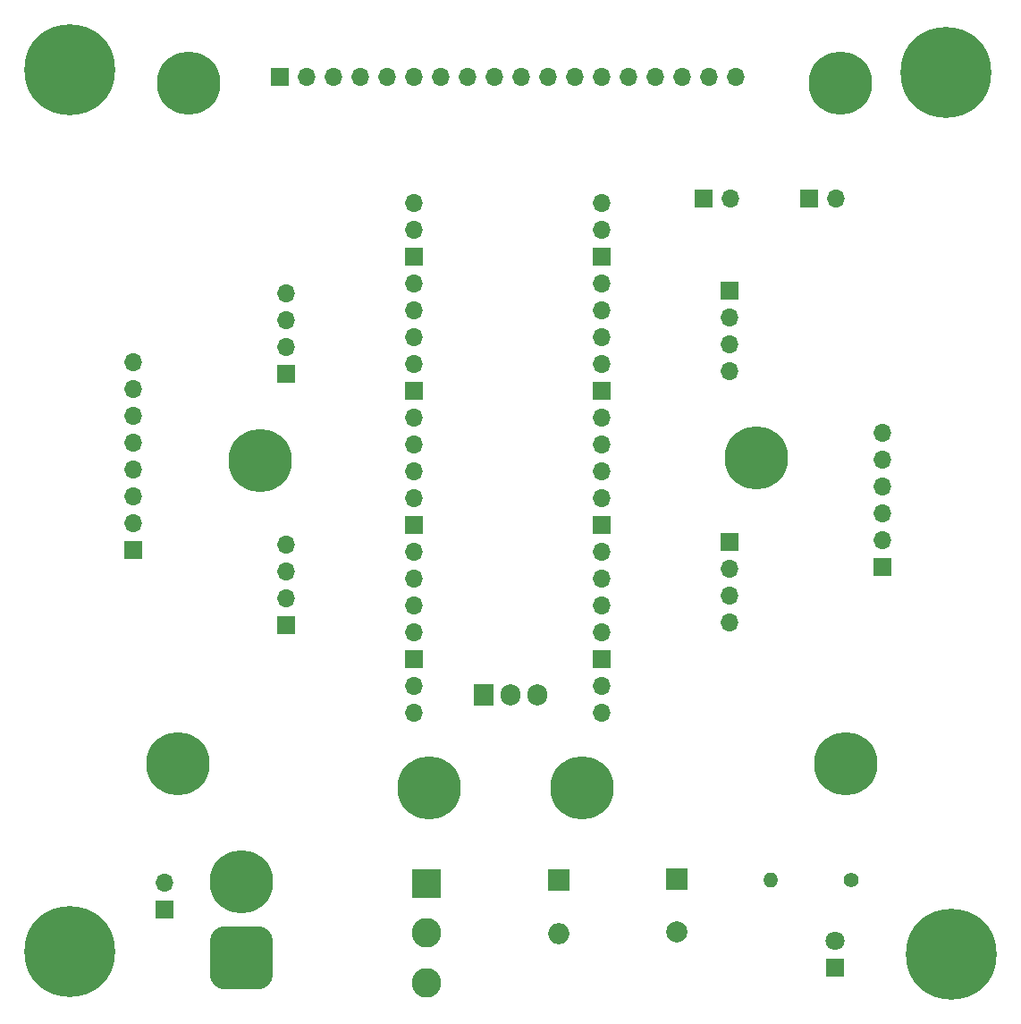
<source format=gbr>
%TF.GenerationSoftware,KiCad,Pcbnew,(6.0.9)*%
%TF.CreationDate,2022-12-13T14:30:36-05:00*%
%TF.ProjectId,Team5_Coaster_post_mdr_100x100,5465616d-355f-4436-9f61-737465725f70,rev?*%
%TF.SameCoordinates,Original*%
%TF.FileFunction,Soldermask,Bot*%
%TF.FilePolarity,Negative*%
%FSLAX46Y46*%
G04 Gerber Fmt 4.6, Leading zero omitted, Abs format (unit mm)*
G04 Created by KiCad (PCBNEW (6.0.9)) date 2022-12-13 14:30:36*
%MOMM*%
%LPD*%
G01*
G04 APERTURE LIST*
G04 Aperture macros list*
%AMRoundRect*
0 Rectangle with rounded corners*
0 $1 Rounding radius*
0 $2 $3 $4 $5 $6 $7 $8 $9 X,Y pos of 4 corners*
0 Add a 4 corners polygon primitive as box body*
4,1,4,$2,$3,$4,$5,$6,$7,$8,$9,$2,$3,0*
0 Add four circle primitives for the rounded corners*
1,1,$1+$1,$2,$3*
1,1,$1+$1,$4,$5*
1,1,$1+$1,$6,$7*
1,1,$1+$1,$8,$9*
0 Add four rect primitives between the rounded corners*
20,1,$1+$1,$2,$3,$4,$5,0*
20,1,$1+$1,$4,$5,$6,$7,0*
20,1,$1+$1,$6,$7,$8,$9,0*
20,1,$1+$1,$8,$9,$2,$3,0*%
G04 Aperture macros list end*
%ADD10C,6.000000*%
%ADD11R,1.700000X1.700000*%
%ADD12O,1.700000X1.700000*%
%ADD13R,2.794000X2.794000*%
%ADD14C,2.794000*%
%ADD15C,0.900000*%
%ADD16C,8.600000*%
%ADD17R,1.800000X1.800000*%
%ADD18C,1.800000*%
%ADD19R,2.000000X2.000000*%
%ADD20O,2.000000X2.000000*%
%ADD21C,2.000000*%
%ADD22R,1.905000X2.000000*%
%ADD23O,1.905000X2.000000*%
%ADD24RoundRect,1.500000X1.500000X-1.500000X1.500000X1.500000X-1.500000X1.500000X-1.500000X-1.500000X0*%
%ADD25C,1.400000*%
%ADD26O,1.400000X1.400000*%
G04 APERTURE END LIST*
D10*
%TO.C,J11*%
X95500000Y-131750000D03*
%TD*%
D11*
%TO.C,RF1*%
X147775000Y-86950000D03*
D12*
X147775000Y-89490000D03*
X147775000Y-92030000D03*
X147775000Y-94570000D03*
%TD*%
D10*
%TO.C,J15*%
X158250000Y-67250000D03*
%TD*%
D13*
%TO.C,SW1*%
X119000000Y-143051000D03*
D14*
X119000000Y-147750000D03*
X119000000Y-152449000D03*
%TD*%
D11*
%TO.C,J13*%
X155250000Y-78225000D03*
D12*
X157790000Y-78225000D03*
%TD*%
D15*
%TO.C,H3*%
X171975000Y-149750000D03*
D16*
X168750000Y-149750000D03*
D15*
X171030419Y-147469581D03*
X168750000Y-152975000D03*
X166469581Y-152030419D03*
X165525000Y-149750000D03*
X166469581Y-147469581D03*
X171030419Y-152030419D03*
X168750000Y-146525000D03*
%TD*%
D11*
%TO.C,J9*%
X91250000Y-111490000D03*
D12*
X91250000Y-108950000D03*
X91250000Y-106410000D03*
X91250000Y-103870000D03*
X91250000Y-101330000D03*
X91250000Y-98790000D03*
X91250000Y-96250000D03*
X91250000Y-93710000D03*
%TD*%
D17*
%TO.C,D3*%
X157750000Y-151025000D03*
D18*
X157750000Y-148485000D03*
%TD*%
D19*
%TO.C,D1*%
X131555000Y-142695354D03*
D20*
X131555000Y-147775354D03*
%TD*%
D15*
%TO.C,H1*%
X85250000Y-62775000D03*
X87530419Y-63719581D03*
D16*
X85250000Y-66000000D03*
D15*
X88475000Y-66000000D03*
X82969581Y-68280419D03*
X82025000Y-66000000D03*
X85250000Y-69225000D03*
X87530419Y-68280419D03*
X82969581Y-63719581D03*
%TD*%
D10*
%TO.C,J14*%
X158750000Y-131750000D03*
%TD*%
%TO.C,J12*%
X103250000Y-103000000D03*
%TD*%
D11*
%TO.C,J8*%
X105175000Y-66725000D03*
D12*
X107715000Y-66725000D03*
X110255000Y-66725000D03*
X112795000Y-66725000D03*
X115335000Y-66725000D03*
X117875000Y-66725000D03*
X120415000Y-66725000D03*
X122955000Y-66725000D03*
X125495000Y-66725000D03*
X128035000Y-66725000D03*
X130575000Y-66725000D03*
X133115000Y-66725000D03*
X135655000Y-66725000D03*
X138195000Y-66725000D03*
X140735000Y-66725000D03*
X143275000Y-66725000D03*
X145815000Y-66725000D03*
X148355000Y-66725000D03*
%TD*%
D19*
%TO.C,C1*%
X142750000Y-142632323D03*
D21*
X142750000Y-147632323D03*
%TD*%
D10*
%TO.C,J5*%
X96500000Y-67250000D03*
%TD*%
D22*
%TO.C,U2*%
X124460000Y-125222500D03*
D23*
X127000000Y-125222500D03*
X129540000Y-125222500D03*
%TD*%
D11*
%TO.C,J2*%
X162225000Y-113075000D03*
D12*
X162225000Y-110535000D03*
X162225000Y-107995000D03*
X162225000Y-105455000D03*
X162225000Y-102915000D03*
X162225000Y-100375000D03*
%TD*%
D11*
%TO.C,J4*%
X145250000Y-78252500D03*
D12*
X147790000Y-78252500D03*
%TD*%
D16*
%TO.C,H2*%
X168250000Y-66250000D03*
D15*
X171475000Y-66250000D03*
X165969581Y-68530419D03*
X168250000Y-63025000D03*
X170530419Y-63969581D03*
X165025000Y-66250000D03*
X168250000Y-69475000D03*
X165969581Y-63969581D03*
X170530419Y-68530419D03*
%TD*%
D24*
%TO.C,J1*%
X101500000Y-150100000D03*
D10*
X101500000Y-142900000D03*
%TD*%
D11*
%TO.C,J6*%
X94225000Y-145500000D03*
D12*
X94225000Y-142960000D03*
%TD*%
D25*
%TO.C,R1*%
X159250000Y-142750000D03*
D26*
X151630000Y-142750000D03*
%TD*%
D11*
%TO.C,LB1*%
X105725000Y-118620000D03*
D12*
X105725000Y-116080000D03*
X105725000Y-113540000D03*
X105725000Y-111000000D03*
%TD*%
D15*
%TO.C,H4*%
X82969581Y-151780419D03*
X87530419Y-147219581D03*
D16*
X85250000Y-149500000D03*
D15*
X82969581Y-147219581D03*
X88475000Y-149500000D03*
X87530419Y-151780419D03*
X85250000Y-146275000D03*
X82025000Y-149500000D03*
X85250000Y-152725000D03*
%TD*%
D11*
%TO.C,LF1*%
X105725000Y-94800000D03*
D12*
X105725000Y-92260000D03*
X105725000Y-89720000D03*
X105725000Y-87180000D03*
%TD*%
D10*
%TO.C,J7*%
X119250000Y-134027500D03*
%TD*%
%TO.C,J3*%
X133750000Y-134027500D03*
%TD*%
%TO.C,J10*%
X150250000Y-102750000D03*
%TD*%
D11*
%TO.C,RB1*%
X147775000Y-110750000D03*
D12*
X147775000Y-113290000D03*
X147775000Y-115830000D03*
X147775000Y-118370000D03*
%TD*%
%TO.C,U1*%
X117860000Y-78647500D03*
X117860000Y-81187500D03*
D11*
X117860000Y-83727500D03*
D12*
X117860000Y-86267500D03*
X117860000Y-88807500D03*
X117860000Y-91347500D03*
X117860000Y-93887500D03*
D11*
X117860000Y-96427500D03*
D12*
X117860000Y-98967500D03*
X117860000Y-101507500D03*
X117860000Y-104047500D03*
X117860000Y-106587500D03*
D11*
X117860000Y-109127500D03*
D12*
X117860000Y-111667500D03*
X117860000Y-114207500D03*
X117860000Y-116747500D03*
X117860000Y-119287500D03*
D11*
X117860000Y-121827500D03*
D12*
X117860000Y-124367500D03*
X117860000Y-126907500D03*
X135640000Y-126907500D03*
X135640000Y-124367500D03*
D11*
X135640000Y-121827500D03*
D12*
X135640000Y-119287500D03*
X135640000Y-116747500D03*
X135640000Y-114207500D03*
X135640000Y-111667500D03*
D11*
X135640000Y-109127500D03*
D12*
X135640000Y-106587500D03*
X135640000Y-104047500D03*
X135640000Y-101507500D03*
X135640000Y-98967500D03*
D11*
X135640000Y-96427500D03*
D12*
X135640000Y-93887500D03*
X135640000Y-91347500D03*
X135640000Y-88807500D03*
X135640000Y-86267500D03*
D11*
X135640000Y-83727500D03*
D12*
X135640000Y-81187500D03*
X135640000Y-78647500D03*
%TD*%
M02*

</source>
